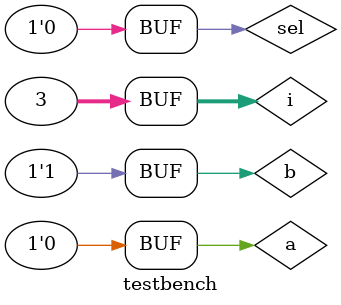
<source format=v>
module testbench; 

   reg a;
	reg b;
	reg sel; 


	wire  c;
	integer i; 

	
	mux_2x1 u0(.a(a), .b(b), .sel(sel), .c(c));

    
   initial begin
			
		a <= 0;
		b <= 0;
		sel <= 0;
	 
		$monitor(" a=%0b b=%0b sel=%0b c=%0b", a, b, sel, c);
		for (i = 0; i < 3; i = i + 1) begin
				{a, b, sel} = i;
				#10;
		end     
    end 
endmodule
</source>
